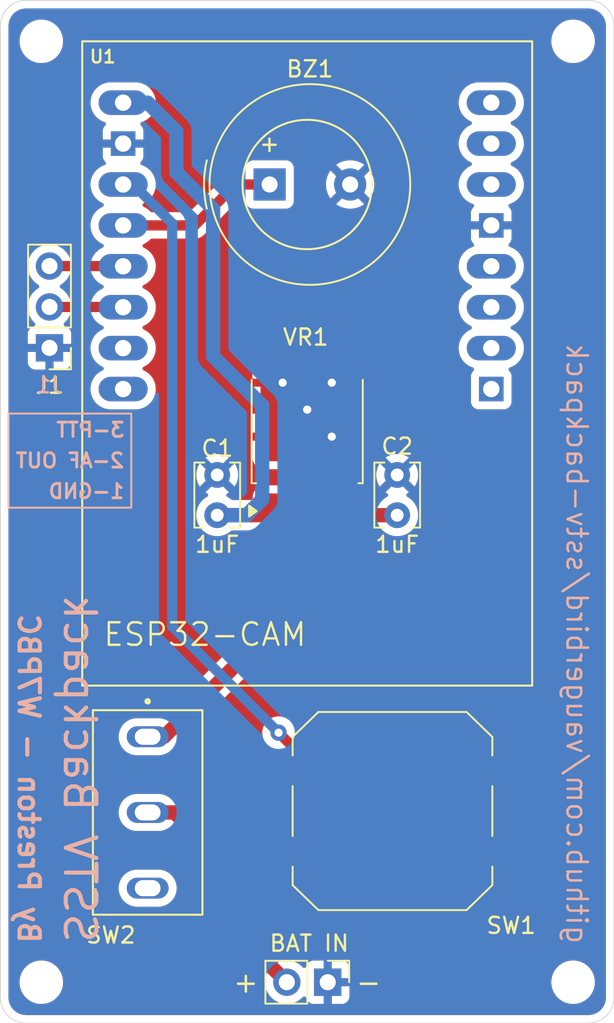
<source format=kicad_pcb>
(kicad_pcb (version 20241229) (generator "pcbnew") (generator_version "9.0")
  (title_block (title "SSTV Backpack") (date "2025-09-07") (rev "1.0"))
  (layers (0 "F.Cu" signal) (2 "B.Cu" signal) (13 "F.Paste" user) (15 "B.Paste" user) (5 "F.SilkS" user "F.Silkscreen") (7 "B.SilkS" user "B.Silkscreen") (1 "F.Mask" user) (3 "B.Mask" user) (25 "Edge.Cuts" user))
  (net 0 "")
  (net 9 "GND")
  (net 10 "+5V")
  (net 11 "/BUZZER")
  (net 12 "/8V IN")
  (net 13 "/PTT")
  (net 14 "/TX OUT")
  (net 15 "/CAPTURE")
  (net 16 "/VIN")
  (footprint "Package_TO_SOT_SMD:TO-252-2" (layer "F.Cu") (at 158.75 90.17 90)
    (property "Reference" "VR1" (at 5.755 -0.09 180) (layer "F.SilkS"))
    (property "Value" "LP38693DT-5.0" (hide yes))
    (fp_line (start 3.11 -3.45) (end -3.31 -3.45) (stroke (width 0.12)) (layer "F.SilkS"))
    (fp_line (start -3.31 -3.45) (end -3.31 -3.18) (stroke (width 0.12)) (layer "F.SilkS"))
    (fp_line (start 3.11 3.45) (end -3.31 3.45) (stroke (width 0.12)) (layer "F.SilkS"))
    (fp_line (start -3.31 3.45) (end -3.31 3.18) (stroke (width 0.12)) (layer "F.SilkS"))
    (fp_poly (pts (xy -5.04 -3.14) (xy -5.38 -3.61) (xy -4.7 -3.61) (xy -5.04 -3.14)) (stroke (width 0.12)) (fill yes) (layer "F.SilkS"))
    (pad "1" smd roundrect (at -5.04 -2.28 90) (size 2.2 1.2) (layers "F.Cu" "F.Mask" "F.Paste") (roundrect_rratio 0.208333) (net 10 "+5V"))
    (pad "2" smd roundrect (at -0.415 -1.525 90) (size 3.05 2.75) (layers "F.Cu" "F.Paste") (roundrect_rratio 0.090909) (net 9 "GND"))
    (pad "2" smd roundrect (at -0.415 1.525 90) (size 3.05 2.75) (layers "F.Cu" "F.Paste") (roundrect_rratio 0.090909) (net 9 "GND"))
    (pad "2" smd roundrect (at 1.26 0 90) (size 6.4 5.8) (layers "F.Cu" "F.Mask") (roundrect_rratio 0.043103) (net 9 "GND"))
    (pad "2" smd roundrect (at 2.935 -1.525 90) (size 3.05 2.75) (layers "F.Cu" "F.Paste") (roundrect_rratio 0.090909) (net 9 "GND"))
    (pad "2" smd roundrect (at 2.935 1.525 90) (size 3.05 2.75) (layers "F.Cu" "F.Paste") (roundrect_rratio 0.090909) (net 9 "GND"))
    (pad "3" smd roundrect (at -5.04 2.28 90) (size 2.2 1.2) (layers "F.Cu" "F.Mask" "F.Paste") (roundrect_rratio 0.208333) (net 12 "/8V IN"))
  )
  (footprint "Buzzer_Beeper:Buzzer_TDK_PS1240P02BT_D12.2mm_H6.5mm" (layer "F.Cu") (at 156.417 74.93)
    (property "Reference" "BZ1" (at 2.5 -7.17 0) (layer "F.SilkS"))
    (property "Value" "Buzzer" (hide yes))
    (fp_arc (start -3.9 1.499999) (mid -4.073431 0) (end -3.9 -1.5) (stroke (width 0.12)) (layer "F.SilkS"))
    (fp_circle (center 2.5 0) (end 8.73 0) (stroke (width 0.12)) (fill no) (layer "F.SilkS"))
    (fp_text user "+" (at -0.01 -2.54 0) (layer "F.SilkS"))
    (pad "1" thru_hole rect (at 0 0) (size 2 2) (drill 1) (layers "*.Cu" "*.Mask") (net 11 "/BUZZER"))
    (pad "2" thru_hole circle (at 5 0) (size 2 2) (drill 1) (layers "*.Cu" "*.Mask") (net 9 "GND"))
  )
  (footprint "SwitchSPDT:SW_SLW-1276864-4A-D" (layer "F.Cu") (at 148.844 113.92 -90)
    (property "Reference" "SW2" (at 7.62 2.286 180) (layer "F.SilkS"))
    (property "Value" "SLW-1276864-4A-D" (hide yes))
    (fp_line (start -6.35 3.4) (end 6.35 3.4) (stroke (width 0.127)) (layer "F.SilkS"))
    (fp_line (start 6.35 3.4) (end 6.35 -3.4) (stroke (width 0.127)) (layer "F.SilkS"))
    (fp_line (start -6.35 -3.4) (end -6.35 3.4) (stroke (width 0.127)) (layer "F.SilkS"))
    (fp_line (start 6.35 -3.4) (end -6.35 -3.4) (stroke (width 0.127)) (layer "F.SilkS"))
    (fp_circle (center -6.9 0) (end -6.8 0) (stroke (width 0.2)) (fill no) (layer "F.SilkS"))
    (pad "1" thru_hole oval (at -4.7 0 270) (size 1.3 2.6) (drill oval 1 1.6) (layers "*.Cu" "*.Mask") (net 12 "/8V IN"))
    (pad "2" thru_hole oval (at 0 0 270) (size 1.3 2.6) (drill oval 1 1.6) (layers "*.Cu" "*.Mask") (net 16 "/VIN"))
    (pad "3" thru_hole oval (at 4.7 0 270) (size 1.3 2.6) (drill oval 1 1.6) (layers "*.Cu" "*.Mask"))
  )
  (footprint "ESP32-CAM:ESP32-CAM" (layer "F.Cu") (at 158.75 80.01 180)
    (property "Reference" "U1" (at 12.7 13.0175 0) (layer "F.SilkS") (effects (font (size 0.787402 0.787402))))
    (property "Value" "ESP32-CAM")
    (fp_line (start 13.97 13.97) (end 13.97 -26.035) (stroke (width 0.127)) (layer "F.SilkS"))
    (fp_line (start 13.97 -26.035) (end -13.97 -26.035) (stroke (width 0.127)) (layer "F.SilkS"))
    (fp_line (start -13.97 13.97) (end 13.97 13.97) (stroke (width 0.127)) (layer "F.SilkS"))
    (fp_line (start -13.97 -26.035) (end -13.97 13.97) (stroke (width 0.127)) (layer "F.SilkS"))
    (fp_circle (center 0 5.08) (end 4.01609 5.08) (stroke (width 0.127)) (fill no) (layer "F.SilkS"))
    (fp_text user "ESP32-CAM" (at 6.35 -22.86 0) (layer "F.SilkS") (effects (font (size 1.4 1.4))))
    (pad "P$1" thru_hole rect (at -11.43 -7.62 180) (size 1.524 1.524) (drill 1.016) (layers "*.Cu" "*.Mask"))
    (pad "P$2" thru_hole oval (at -11.43 -5.08 180) (size 3.048 1.524) (drill 1.016) (layers "*.Cu" "*.Mask"))
    (pad "P$3" thru_hole oval (at -11.43 -2.54 180) (size 3.048 1.524) (drill 1.016) (layers "*.Cu" "*.Mask"))
    (pad "P$4" thru_hole oval (at -11.43 0 180) (size 3.048 1.524) (drill 1.016) (layers "*.Cu" "*.Mask"))
    (pad "P$5" thru_hole rect (at -11.43 2.54 180) (size 1.524 1.524) (drill 1.016) (layers "*.Cu" "*.Mask") (net 9 "GND"))
    (pad "P$6" thru_hole oval (at -11.43 5.08 180) (size 3.048 1.524) (drill 1.016) (layers "*.Cu" "*.Mask"))
    (pad "P$7" thru_hole oval (at -11.43 7.62 180) (size 3.048 1.524) (drill 1.016) (layers "*.Cu" "*.Mask"))
    (pad "P$8" thru_hole oval (at -11.43 10.16 180) (size 3.048 1.524) (drill 1.016) (layers "*.Cu" "*.Mask"))
    (pad "P$9" thru_hole oval (at 11.43 10.16 180) (size 3.048 1.524) (drill 1.016) (layers "*.Cu" "*.Mask") (net 10 "+5V"))
    (pad "P$10" thru_hole rect (at 11.43 7.62 180) (size 1.524 1.524) (drill 1.016) (layers "*.Cu" "*.Mask") (net 9 "GND"))
    (pad "P$11" thru_hole oval (at 11.43 5.08 180) (size 3.048 1.524) (drill 1.016) (layers "*.Cu" "*.Mask") (net 15 "/CAPTURE"))
    (pad "P$12" thru_hole oval (at 11.43 2.54 180) (size 3.048 1.524) (drill 1.016) (layers "*.Cu" "*.Mask") (net 11 "/BUZZER"))
    (pad "P$13" thru_hole oval (at 11.43 0 180) (size 3.048 1.524) (drill 1.016) (layers "*.Cu" "*.Mask") (net 13 "/PTT"))
    (pad "P$14" thru_hole oval (at 11.43 -2.54 180) (size 3.048 1.524) (drill 1.016) (layers "*.Cu" "*.Mask") (net 14 "/TX OUT"))
    (pad "P$15" thru_hole oval (at 11.43 -5.08 180) (size 3.048 1.524) (drill 1.016) (layers "*.Cu" "*.Mask"))
    (pad "P$16" thru_hole oval (at 11.43 -7.62 180) (size 3.048 1.524) (drill 1.016) (layers "*.Cu" "*.Mask"))
  )
  (footprint "Capacitor_THT:C_Disc_D3.8mm_W2.6mm_P2.50mm" (layer "F.Cu") (at 164.338 95.464 90)
    (property "Reference" "C2" (at 4.278 0 180) (layer "F.SilkS"))
    (property "Value" "1uF" (at -1.818 0 180) (layer "F.SilkS"))
    (fp_line (start 3.27 -1.42) (end 3.27 -0.795) (stroke (width 0.12)) (layer "F.SilkS"))
    (fp_line (start -0.77 -1.42) (end 3.27 -1.42) (stroke (width 0.12)) (layer "F.SilkS"))
    (fp_line (start -0.77 -1.42) (end -0.77 -0.795) (stroke (width 0.12)) (layer "F.SilkS"))
    (fp_line (start 3.27 0.795) (end 3.27 1.42) (stroke (width 0.12)) (layer "F.SilkS"))
    (fp_line (start -0.77 0.795) (end -0.77 1.42) (stroke (width 0.12)) (layer "F.SilkS"))
    (fp_line (start -0.77 1.42) (end 3.27 1.42) (stroke (width 0.12)) (layer "F.SilkS"))
    (pad "1" thru_hole circle (at 0 0 90) (size 1.6 1.6) (drill 0.8) (layers "*.Cu" "*.Mask") (net 12 "/8V IN"))
    (pad "2" thru_hole circle (at 2.5 0 90) (size 1.6 1.6) (drill 0.8) (layers "*.Cu" "*.Mask") (net 9 "GND"))
  )
  (footprint "Connector_PinHeader_2.54mm:PinHeader_1x02_P2.54mm_Vertical" (layer "F.Cu") (at 160.025 124.46 -90)
    (property "Reference" "J2" (hide yes))
    (property "Value" "Conn_01x02_Pin" (hide yes))
    (fp_line (start -1.33 3.87) (end 1.33 3.87) (stroke (width 0.12)) (layer "F.SilkS"))
    (fp_line (start -1.33 1.27) (end -1.33 3.87) (stroke (width 0.12)) (layer "F.SilkS"))
    (fp_line (start -1.33 1.27) (end 1.33 1.27) (stroke (width 0.12)) (layer "F.SilkS"))
    (fp_line (start 1.33 1.27) (end 1.33 3.87) (stroke (width 0.12)) (layer "F.SilkS"))
    (fp_line (start -1.33 0) (end -1.33 -1.33) (stroke (width 0.12)) (layer "F.SilkS"))
    (fp_line (start -1.33 -1.33) (end 0 -1.33) (stroke (width 0.12)) (layer "F.SilkS"))
    (pad "1" thru_hole rect (at 0 0 270) (size 1.7 1.7) (drill 1) (layers "*.Cu" "*.Mask") (net 9 "GND"))
    (pad "2" thru_hole oval (at 0 2.54 270) (size 1.7 1.7) (drill 1) (layers "*.Cu" "*.Mask") (net 16 "/VIN"))
  )
  (footprint "MountingHole:MountingHole_2.2mm_M2" (layer "F.Cu") (at 175.26 66.04)
    (property "Reference" "REF**" (hide yes))
    (property "Value" "MountingHole_2.2mm_M2" (hide yes))
    (pad "" np_thru_hole circle (at 0 0) (size 2.2 2.2) (drill 2.2) (layers "*.Cu" "*.Mask"))
  )
  (footprint "MountingHole:MountingHole_2.2mm_M2" (layer "F.Cu") (at 142.24 66.04)
    (property "Reference" "REF**" (hide yes))
    (property "Value" "MountingHole_2.2mm_M2" (hide yes))
    (pad "" np_thru_hole circle (at 0 0) (size 2.2 2.2) (drill 2.2) (layers "*.Cu" "*.Mask"))
  )
  (footprint "Connector_PinHeader_2.54mm:PinHeader_1x03_P2.54mm_Vertical" (layer "F.Cu") (at 142.748 85.075 180)
    (property "Reference" "J1" (at 0 -2.33 0) (layer "F.SilkS"))
    (property "Value" "Conn_01x03_Pin" (hide yes))
    (fp_line (start 1.33 1.27) (end 1.33 6.41) (stroke (width 0.12)) (layer "F.SilkS"))
    (fp_line (start -1.33 6.41) (end 1.33 6.41) (stroke (width 0.12)) (layer "F.SilkS"))
    (fp_line (start -1.33 1.27) (end 1.33 1.27) (stroke (width 0.12)) (layer "F.SilkS"))
    (fp_line (start -1.33 1.27) (end -1.33 6.41) (stroke (width 0.12)) (layer "F.SilkS"))
    (fp_line (start -1.33 0) (end -1.33 -1.33) (stroke (width 0.12)) (layer "F.SilkS"))
    (fp_line (start -1.33 -1.33) (end 0 -1.33) (stroke (width 0.12)) (layer "F.SilkS"))
    (pad "1" thru_hole rect (at 0 0 180) (size 1.7 1.7) (drill 1) (layers "*.Cu" "*.Mask") (net 9 "GND"))
    (pad "2" thru_hole oval (at 0 2.54 180) (size 1.7 1.7) (drill 1) (layers "*.Cu" "*.Mask") (net 14 "/TX OUT"))
    (pad "3" thru_hole oval (at 0 5.08 180) (size 1.7 1.7) (drill 1) (layers "*.Cu" "*.Mask") (net 13 "/PTT"))
  )
  (footprint "MountingHole:MountingHole_2.2mm_M2" (layer "F.Cu") (at 175.26 124.46)
    (property "Reference" "REF**" (hide yes))
    (property "Value" "MountingHole_2.2mm_M2" (hide yes))
    (pad "" np_thru_hole circle (at 0 0) (size 2.2 2.2) (drill 2.2) (layers "*.Cu" "*.Mask"))
  )
  (footprint "Capacitor_THT:C_Disc_D3.8mm_W2.6mm_P2.50mm" (layer "F.Cu") (at 153.162 95.464 90)
    (property "Reference" "C1" (at 4.151 0 180) (layer "F.SilkS"))
    (property "Value" "1uF" (at -1.818 0 180) (layer "F.SilkS"))
    (fp_line (start 3.27 -1.42) (end 3.27 -0.795) (stroke (width 0.12)) (layer "F.SilkS"))
    (fp_line (start -0.77 -1.42) (end 3.27 -1.42) (stroke (width 0.12)) (layer "F.SilkS"))
    (fp_line (start -0.77 -1.42) (end -0.77 -0.795) (stroke (width 0.12)) (layer "F.SilkS"))
    (fp_line (start 3.27 0.795) (end 3.27 1.42) (stroke (width 0.12)) (layer "F.SilkS"))
    (fp_line (start -0.77 0.795) (end -0.77 1.42) (stroke (width 0.12)) (layer "F.SilkS"))
    (fp_line (start -0.77 1.42) (end 3.27 1.42) (stroke (width 0.12)) (layer "F.SilkS"))
    (pad "1" thru_hole circle (at 0 0 90) (size 1.6 1.6) (drill 0.8) (layers "*.Cu" "*.Mask") (net 10 "+5V"))
    (pad "2" thru_hole circle (at 2.5 0 90) (size 1.6 1.6) (drill 0.8) (layers "*.Cu" "*.Mask") (net 9 "GND"))
  )
  (footprint "Button_Switch_SMD:SW_Push_1P1T_NO_CK_PTS125Sx43PSMTR" (layer "F.Cu") (at 164.046 113.832)
    (property "Reference" "SW1" (at 7.366 7.112 0) (layer "F.SilkS"))
    (property "Value" "SW_Push" (hide yes))
    (fp_line (start -6.2 -4.6) (end -4.6 -6.15) (stroke (width 0.12)) (layer "F.SilkS"))
    (fp_line (start -6.2 -3.45) (end -6.2 -4.6) (stroke (width 0.12)) (layer "F.SilkS"))
    (fp_line (start -6.2 -1.55) (end -6.2 1.55) (stroke (width 0.12)) (layer "F.SilkS"))
    (fp_line (start -6.2 3.45) (end -6.2 4.6) (stroke (width 0.12)) (layer "F.SilkS"))
    (fp_line (start -6.2 4.6) (end -4.6 6.15) (stroke (width 0.12)) (layer "F.SilkS"))
    (fp_line (start -4.6 -6.15) (end 4.6 -6.15) (stroke (width 0.12)) (layer "F.SilkS"))
    (fp_line (start -4.6 6.15) (end 4.6 6.15) (stroke (width 0.12)) (layer "F.SilkS"))
    (fp_line (start 4.6 -6.15) (end 6.2 -4.6) (stroke (width 0.12)) (layer "F.SilkS"))
    (fp_line (start 4.6 6.15) (end 6.2 4.6) (stroke (width 0.12)) (layer "F.SilkS"))
    (fp_line (start 6.2 -3.45) (end 6.2 -4.6) (stroke (width 0.12)) (layer "F.SilkS"))
    (fp_line (start 6.2 -1.55) (end 6.2 1.55) (stroke (width 0.12)) (layer "F.SilkS"))
    (fp_line (start 6.2 3.45) (end 6.2 4.6) (stroke (width 0.12)) (layer "F.SilkS"))
    (pad "1" smd rect (at -7.15 -2.5) (size 2 1.5) (layers "F.Cu" "F.Mask" "F.Paste") (net 15 "/CAPTURE"))
    (pad "1" smd rect (at 7.15 -2.5) (size 2 1.5) (layers "F.Cu" "F.Mask" "F.Paste") (net 15 "/CAPTURE"))
    (pad "2" smd rect (at -7.15 2.5) (size 2 1.5) (layers "F.Cu" "F.Mask" "F.Paste") (net 9 "GND"))
    (pad "2" smd rect (at 7.15 2.5) (size 2 1.5) (layers "F.Cu" "F.Mask" "F.Paste") (net 9 "GND"))
  )
  (footprint "MountingHole:MountingHole_2.2mm_M2" (layer "F.Cu") (at 142.24 124.46)
    (property "Reference" "REF**" (hide yes))
    (property "Value" "MountingHole_2.2mm_M2" (hide yes))
    (pad "" np_thru_hole circle (at 0 0) (size 2.2 2.2) (drill 2.2) (layers "*.Cu" "*.Mask"))
  )
  (gr_rect (start 140.208 89.154) (end 147.828 94.996) (stroke (width 0.127)) (fill no) (layer "B.SilkS"))
  (gr_line (start 176.2125 127) (end 141.2875 127) (stroke (width 0.05)) (layer "Edge.Cuts"))
  (gr_arc (start 141.2875 127) (mid 140.164968 126.535032) (end 139.7 125.4125) (stroke (width 0.05)) (layer "Edge.Cuts"))
  (gr_line (start 141.2875 63.5) (end 176.2125 63.5) (stroke (width 0.05)) (layer "Edge.Cuts"))
  (gr_arc (start 176.2125 63.5) (mid 177.335032 63.964968) (end 177.8 65.0875) (stroke (width 0.05)) (layer "Edge.Cuts"))
  (gr_arc (start 177.8 125.4125) (mid 177.335032 126.535032) (end 176.2125 127) (stroke (width 0.05)) (layer "Edge.Cuts"))
  (gr_line (start 177.8 65.0875) (end 177.8 125.4125) (stroke (width 0.05)) (layer "Edge.Cuts"))
  (gr_arc (start 139.7 65.0875) (mid 140.164968 63.964968) (end 141.2875 63.5) (stroke (width 0.05)) (layer "Edge.Cuts"))
  (gr_line (start 139.7 125.4125) (end 139.7 65.0875) (stroke (width 0.05)) (layer "Edge.Cuts"))
  (gr_text "+" (at 154.94 124.46 0) (layer "F.SilkS") (effects (font (size 1.27 1.27) (thickness 0.15875))))
  (gr_text "BAT IN" (at 158.877 122.047 0) (layer "F.SilkS") (effects (font (size 1 1))))
  (gr_text "-" (at 162.56 124.46 0) (layer "F.SilkS") (effects (font (size 1.27 1.27) (thickness 0.15875))))
  (gr_text "1-GND" (at 145.034 93.98 0) (layer "B.SilkS") (effects (font (size 0.889 0.889) (thickness 0.1778) (bold yes)) (justify mirror)))
  (gr_text "By Preston - W7PBC" (at 140.716 122.174 270) (layer "B.SilkS") (effects (font (size 1.27 1.27) (thickness 0.254) (bold yes)) (justify left bottom mirror)))
  (gr_text "3-PTT" (at 145.288 90.17 0) (layer "B.SilkS") (effects (font (size 0.889 0.889) (thickness 0.1778) (bold yes)) (justify mirror)))
  (gr_text "github.com/vaugerbird/sstv-backpack" (at 174.752 122.174 270) (layer "B.SilkS") (effects (font (size 1.27 1.27) (thickness 0.15875)) (justify left bottom mirror)))
  (gr_text "2-AF OUT" (at 144.018 92.075 0) (layer "B.SilkS") (effects (font (size 0.889 0.889) (thickness 0.1778) (bold yes)) (justify mirror)))
  (gr_text "SSTV Backpack" (at 143.51 122.174 270) (layer "B.SilkS") (effects (font (size 1.905 1.905) (thickness 0.254)) (justify left bottom mirror)))
  (gr_text "J1" (at 142.748 87.376 0) (layer "B.SilkS") (effects (font (size 1 1)) (justify mirror)))
  (via (at 157.225 87.235) (size 1.016) (drill 0.508) (layers "F.Cu" "B.Cu") (net 9))
  (via (at 160.275 90.585) (size 1.016) (drill 0.508) (layers "F.Cu" "B.Cu") (net 9))
  (via (at 160.275 87.235) (size 1.016) (drill 0.508) (layers "F.Cu" "B.Cu") (net 9))
  (via (at 158.75 88.91) (size 1.016) (drill 0.508) (layers "F.Cu" "B.Cu") (net 9))
  (via (at 158.75 88.91) (size 1.016) (drill 0.508) (layers "F.Cu" "B.Cu") (net 9))
  (segment (start 153.162 95.464) (end 156.216 95.464) (width 0.889) (layer "F.Cu") (net 10))
  (segment (start 156.216 95.464) (end 156.47 95.21) (width 0.889) (layer "F.Cu") (net 10))
  (segment (start 154.98 95.464) (end 155.956 94.488) (width 0.889) (layer "B.Cu") (net 10))
  (segment (start 150.622 74.168) (end 150.622 71.628) (width 0.889) (layer "B.Cu") (net 10))
  (segment (start 150.622 71.628) (end 148.844 69.85) (width 0.889) (layer "B.Cu") (net 10))
  (segment (start 152.908 76.454) (end 150.622 74.168) (width 0.889) (layer "B.Cu") (net 10))
  (segment (start 153.162 95.464) (end 154.98 95.464) (width 0.889) (layer "B.Cu") (net 10))
  (segment (start 152.908 85.598) (end 152.908 76.454) (width 0.889) (layer "B.Cu") (net 10))
  (segment (start 155.956 94.488) (end 155.956 88.646) (width 0.889) (layer "B.Cu") (net 10))
  (segment (start 148.844 69.85) (end 147.32 69.85) (width 0.889) (layer "B.Cu") (net 10))
  (segment (start 155.956 88.646) (end 152.908 85.598) (width 0.889) (layer "B.Cu") (net 10))
  (segment (start 156.417 74.93) (end 154.305 74.93) (width 0.635) (layer "F.Cu") (net 11))
  (segment (start 151.765 77.47) (end 147.32 77.47) (width 0.635) (layer "F.Cu") (net 11))
  (segment (start 154.305 74.93) (end 151.765 77.47) (width 0.635) (layer "F.Cu") (net 11))
  (segment (start 149.86 109.22) (end 158.75 100.33) (width 0.889) (layer "F.Cu") (net 12))
  (segment (start 158.75 100.33) (end 158.75 98.806) (width 0.889) (layer "F.Cu") (net 12))
  (segment (start 161.03 96.526) (end 161.03 95.21) (width 0.889) (layer "F.Cu") (net 12))
  (segment (start 148.844 109.22) (end 149.86 109.22) (width 0.889) (layer "F.Cu") (net 12))
  (segment (start 161.284 95.464) (end 161.03 95.21) (width 0.889) (layer "F.Cu") (net 12))
  (segment (start 158.75 98.806) (end 161.03 96.526) (width 0.889) (layer "F.Cu") (net 12))
  (segment (start 164.338 95.464) (end 161.284 95.464) (width 0.889) (layer "F.Cu") (net 12))
  (segment (start 142.748 79.995) (end 147.305 79.995) (width 0.635) (layer "F.Cu") (net 13))
  (segment (start 147.305 79.995) (end 147.32 80.01) (width 0.635) (layer "F.Cu") (net 13))
  (segment (start 142.748 82.535) (end 147.305 82.535) (width 0.635) (layer "F.Cu") (net 14))
  (segment (start 147.305 82.535) (end 147.32 82.55) (width 0.635) (layer "F.Cu") (net 14))
  (segment (start 156.896 111.332) (end 159.338 111.332) (width 0.635) (layer "F.Cu") (net 15))
  (segment (start 156.972 108.966) (end 159.338 111.332) (width 0.635) (layer "F.Cu") (net 15))
  (segment (start 159.338 111.332) (end 171.196 111.332) (width 0.635) (layer "F.Cu") (net 15))
  (via (at 156.972 108.966) (size 1.016) (drill 0.508) (layers "F.Cu" "B.Cu") (net 15))
  (segment (start 147.955 74.93) (end 147.32 74.93) (width 0.635) (layer "B.Cu") (net 15))
  (segment (start 150.368 77.343) (end 147.955 74.93) (width 0.635) (layer "B.Cu") (net 15))
  (segment (start 156.972 108.966) (end 150.368 102.362) (width 0.635) (layer "B.Cu") (net 15))
  (segment (start 150.368 102.362) (end 150.368 77.343) (width 0.635) (layer "B.Cu") (net 15))
  (segment (start 152.908 116.332) (end 150.496 113.92) (width 0.889) (layer "F.Cu") (net 16))
  (segment (start 152.908 119.888) (end 152.913 119.888) (width 0.889) (layer "F.Cu") (net 16))
  (segment (start 152.908 119.888) (end 152.908 116.332) (width 0.889) (layer "F.Cu") (net 16))
  (segment (start 150.496 113.92) (end 148.844 113.92) (width 0.889) (layer "F.Cu") (net 16))
  (segment (start 152.913 119.888) (end 157.485 124.46) (width 0.889) (layer "F.Cu") (net 16))
  (zone (net 9) (net_name "GND") (layer "F.Cu") (connect_pads (clearance 0.5)) (min_thickness 0.25) (fill yes (thermal_gap 0.5) (thermal_bridge_width 0.5) (smoothing fillet) (radius 1.5875))
    (polygon (pts (xy 139.7 63.5) (xy 177.8 63.5) (xy 177.8 127) (xy 139.7 127)))
  )
  (zone (net 9) (net_name "GND") (layer "B.Cu") (priority 1) (connect_pads (clearance 0.5)) (min_thickness 0.25) (fill yes (thermal_gap 0.5) (thermal_bridge_width 0.5) (smoothing fillet) (radius 1.5875))
    (polygon (pts (xy 139.7 63.5) (xy 177.8 63.5) (xy 177.8 127) (xy 139.7 127)))
  )
)
</source>
